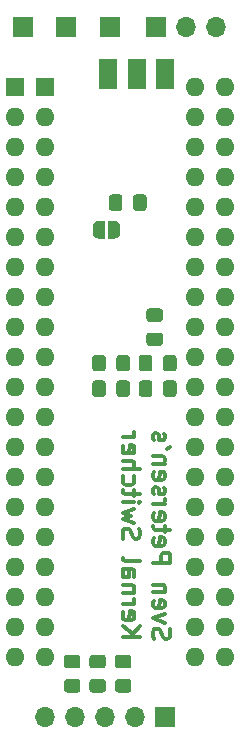
<source format=gbr>
G04 #@! TF.GenerationSoftware,KiCad,Pcbnew,(5.1.10)-1*
G04 #@! TF.CreationDate,2021-10-18T11:35:42-04:00*
G04 #@! TF.ProjectId,6526KernalSwitcher,36353236-4b65-4726-9e61-6c5377697463,rev?*
G04 #@! TF.SameCoordinates,Original*
G04 #@! TF.FileFunction,Soldermask,Bot*
G04 #@! TF.FilePolarity,Negative*
%FSLAX46Y46*%
G04 Gerber Fmt 4.6, Leading zero omitted, Abs format (unit mm)*
G04 Created by KiCad (PCBNEW (5.1.10)-1) date 2021-10-18 11:35:42*
%MOMM*%
%LPD*%
G01*
G04 APERTURE LIST*
%ADD10C,0.300000*%
%ADD11O,1.600000X1.600000*%
%ADD12R,1.600000X1.600000*%
%ADD13R,1.700000X1.700000*%
%ADD14O,1.700000X1.700000*%
%ADD15C,0.100000*%
%ADD16R,1.500000X2.500000*%
G04 APERTURE END LIST*
D10*
X110776857Y-97487285D02*
X110705428Y-97273000D01*
X110705428Y-96915857D01*
X110776857Y-96773000D01*
X110848285Y-96701571D01*
X110991142Y-96630142D01*
X111134000Y-96630142D01*
X111276857Y-96701571D01*
X111348285Y-96773000D01*
X111419714Y-96915857D01*
X111491142Y-97201571D01*
X111562571Y-97344428D01*
X111634000Y-97415857D01*
X111776857Y-97487285D01*
X111919714Y-97487285D01*
X112062571Y-97415857D01*
X112134000Y-97344428D01*
X112205428Y-97201571D01*
X112205428Y-96844428D01*
X112134000Y-96630142D01*
X111705428Y-96130142D02*
X110705428Y-95773000D01*
X111705428Y-95415857D01*
X110776857Y-94273000D02*
X110705428Y-94415857D01*
X110705428Y-94701571D01*
X110776857Y-94844428D01*
X110919714Y-94915857D01*
X111491142Y-94915857D01*
X111634000Y-94844428D01*
X111705428Y-94701571D01*
X111705428Y-94415857D01*
X111634000Y-94273000D01*
X111491142Y-94201571D01*
X111348285Y-94201571D01*
X111205428Y-94915857D01*
X111705428Y-93558714D02*
X110705428Y-93558714D01*
X111562571Y-93558714D02*
X111634000Y-93487285D01*
X111705428Y-93344428D01*
X111705428Y-93130142D01*
X111634000Y-92987285D01*
X111491142Y-92915857D01*
X110705428Y-92915857D01*
X110705428Y-91058714D02*
X112205428Y-91058714D01*
X112205428Y-90487285D01*
X112134000Y-90344428D01*
X112062571Y-90273000D01*
X111919714Y-90201571D01*
X111705428Y-90201571D01*
X111562571Y-90273000D01*
X111491142Y-90344428D01*
X111419714Y-90487285D01*
X111419714Y-91058714D01*
X110776857Y-88987285D02*
X110705428Y-89130142D01*
X110705428Y-89415857D01*
X110776857Y-89558714D01*
X110919714Y-89630142D01*
X111491142Y-89630142D01*
X111634000Y-89558714D01*
X111705428Y-89415857D01*
X111705428Y-89130142D01*
X111634000Y-88987285D01*
X111491142Y-88915857D01*
X111348285Y-88915857D01*
X111205428Y-89630142D01*
X111705428Y-88487285D02*
X111705428Y-87915857D01*
X112205428Y-88273000D02*
X110919714Y-88273000D01*
X110776857Y-88201571D01*
X110705428Y-88058714D01*
X110705428Y-87915857D01*
X110776857Y-86844428D02*
X110705428Y-86987285D01*
X110705428Y-87273000D01*
X110776857Y-87415857D01*
X110919714Y-87487285D01*
X111491142Y-87487285D01*
X111634000Y-87415857D01*
X111705428Y-87273000D01*
X111705428Y-86987285D01*
X111634000Y-86844428D01*
X111491142Y-86773000D01*
X111348285Y-86773000D01*
X111205428Y-87487285D01*
X110705428Y-86130142D02*
X111705428Y-86130142D01*
X111419714Y-86130142D02*
X111562571Y-86058714D01*
X111634000Y-85987285D01*
X111705428Y-85844428D01*
X111705428Y-85701571D01*
X110776857Y-85273000D02*
X110705428Y-85130142D01*
X110705428Y-84844428D01*
X110776857Y-84701571D01*
X110919714Y-84630142D01*
X110991142Y-84630142D01*
X111134000Y-84701571D01*
X111205428Y-84844428D01*
X111205428Y-85058714D01*
X111276857Y-85201571D01*
X111419714Y-85273000D01*
X111491142Y-85273000D01*
X111634000Y-85201571D01*
X111705428Y-85058714D01*
X111705428Y-84844428D01*
X111634000Y-84701571D01*
X110776857Y-83415857D02*
X110705428Y-83558714D01*
X110705428Y-83844428D01*
X110776857Y-83987285D01*
X110919714Y-84058714D01*
X111491142Y-84058714D01*
X111634000Y-83987285D01*
X111705428Y-83844428D01*
X111705428Y-83558714D01*
X111634000Y-83415857D01*
X111491142Y-83344428D01*
X111348285Y-83344428D01*
X111205428Y-84058714D01*
X111705428Y-82701571D02*
X110705428Y-82701571D01*
X111562571Y-82701571D02*
X111634000Y-82630142D01*
X111705428Y-82487285D01*
X111705428Y-82273000D01*
X111634000Y-82130142D01*
X111491142Y-82058714D01*
X110705428Y-82058714D01*
X112205428Y-81273000D02*
X111919714Y-81415857D01*
X110776857Y-80701571D02*
X110705428Y-80558714D01*
X110705428Y-80273000D01*
X110776857Y-80130142D01*
X110919714Y-80058714D01*
X110991142Y-80058714D01*
X111134000Y-80130142D01*
X111205428Y-80273000D01*
X111205428Y-80487285D01*
X111276857Y-80630142D01*
X111419714Y-80701571D01*
X111491142Y-80701571D01*
X111634000Y-80630142D01*
X111705428Y-80487285D01*
X111705428Y-80273000D01*
X111634000Y-80130142D01*
X108155428Y-97308714D02*
X109655428Y-97308714D01*
X108155428Y-96451571D02*
X109012571Y-97094428D01*
X109655428Y-96451571D02*
X108798285Y-97308714D01*
X108226857Y-95237285D02*
X108155428Y-95380142D01*
X108155428Y-95665857D01*
X108226857Y-95808714D01*
X108369714Y-95880142D01*
X108941142Y-95880142D01*
X109084000Y-95808714D01*
X109155428Y-95665857D01*
X109155428Y-95380142D01*
X109084000Y-95237285D01*
X108941142Y-95165857D01*
X108798285Y-95165857D01*
X108655428Y-95880142D01*
X108155428Y-94523000D02*
X109155428Y-94523000D01*
X108869714Y-94523000D02*
X109012571Y-94451571D01*
X109084000Y-94380142D01*
X109155428Y-94237285D01*
X109155428Y-94094428D01*
X109155428Y-93594428D02*
X108155428Y-93594428D01*
X109012571Y-93594428D02*
X109084000Y-93523000D01*
X109155428Y-93380142D01*
X109155428Y-93165857D01*
X109084000Y-93023000D01*
X108941142Y-92951571D01*
X108155428Y-92951571D01*
X108155428Y-91594428D02*
X108941142Y-91594428D01*
X109084000Y-91665857D01*
X109155428Y-91808714D01*
X109155428Y-92094428D01*
X109084000Y-92237285D01*
X108226857Y-91594428D02*
X108155428Y-91737285D01*
X108155428Y-92094428D01*
X108226857Y-92237285D01*
X108369714Y-92308714D01*
X108512571Y-92308714D01*
X108655428Y-92237285D01*
X108726857Y-92094428D01*
X108726857Y-91737285D01*
X108798285Y-91594428D01*
X108155428Y-90665857D02*
X108226857Y-90808714D01*
X108369714Y-90880142D01*
X109655428Y-90880142D01*
X108226857Y-89023000D02*
X108155428Y-88808714D01*
X108155428Y-88451571D01*
X108226857Y-88308714D01*
X108298285Y-88237285D01*
X108441142Y-88165857D01*
X108584000Y-88165857D01*
X108726857Y-88237285D01*
X108798285Y-88308714D01*
X108869714Y-88451571D01*
X108941142Y-88737285D01*
X109012571Y-88880142D01*
X109084000Y-88951571D01*
X109226857Y-89023000D01*
X109369714Y-89023000D01*
X109512571Y-88951571D01*
X109584000Y-88880142D01*
X109655428Y-88737285D01*
X109655428Y-88380142D01*
X109584000Y-88165857D01*
X109155428Y-87665857D02*
X108155428Y-87380142D01*
X108869714Y-87094428D01*
X108155428Y-86808714D01*
X109155428Y-86523000D01*
X108155428Y-85951571D02*
X109155428Y-85951571D01*
X109655428Y-85951571D02*
X109584000Y-86023000D01*
X109512571Y-85951571D01*
X109584000Y-85880142D01*
X109655428Y-85951571D01*
X109512571Y-85951571D01*
X109155428Y-85451571D02*
X109155428Y-84880142D01*
X109655428Y-85237285D02*
X108369714Y-85237285D01*
X108226857Y-85165857D01*
X108155428Y-85023000D01*
X108155428Y-84880142D01*
X108226857Y-83737285D02*
X108155428Y-83880142D01*
X108155428Y-84165857D01*
X108226857Y-84308714D01*
X108298285Y-84380142D01*
X108441142Y-84451571D01*
X108869714Y-84451571D01*
X109012571Y-84380142D01*
X109084000Y-84308714D01*
X109155428Y-84165857D01*
X109155428Y-83880142D01*
X109084000Y-83737285D01*
X108155428Y-83094428D02*
X109655428Y-83094428D01*
X108155428Y-82451571D02*
X108941142Y-82451571D01*
X109084000Y-82523000D01*
X109155428Y-82665857D01*
X109155428Y-82880142D01*
X109084000Y-83023000D01*
X109012571Y-83094428D01*
X108226857Y-81165857D02*
X108155428Y-81308714D01*
X108155428Y-81594428D01*
X108226857Y-81737285D01*
X108369714Y-81808714D01*
X108941142Y-81808714D01*
X109084000Y-81737285D01*
X109155428Y-81594428D01*
X109155428Y-81308714D01*
X109084000Y-81165857D01*
X108941142Y-81094428D01*
X108798285Y-81094428D01*
X108655428Y-81808714D01*
X108155428Y-80451571D02*
X109155428Y-80451571D01*
X108869714Y-80451571D02*
X109012571Y-80380142D01*
X109084000Y-80308714D01*
X109155428Y-80165857D01*
X109155428Y-80023000D01*
D11*
X116840000Y-50800000D03*
X101600000Y-99060000D03*
X116840000Y-53340000D03*
X101600000Y-96520000D03*
X116840000Y-55880000D03*
X101600000Y-93980000D03*
X116840000Y-58420000D03*
X101600000Y-91440000D03*
X116840000Y-60960000D03*
X101600000Y-88900000D03*
X116840000Y-63500000D03*
X101600000Y-86360000D03*
X116840000Y-66040000D03*
X101600000Y-83820000D03*
X116840000Y-68580000D03*
X101600000Y-81280000D03*
X116840000Y-71120000D03*
X101600000Y-78740000D03*
X116840000Y-73660000D03*
X101600000Y-76200000D03*
X116840000Y-76200000D03*
X101600000Y-73660000D03*
X116840000Y-78740000D03*
X101600000Y-71120000D03*
X116840000Y-81280000D03*
X101600000Y-68580000D03*
X116840000Y-83820000D03*
X101600000Y-66040000D03*
X116840000Y-86360000D03*
X101600000Y-63500000D03*
X116840000Y-88900000D03*
X101600000Y-60960000D03*
X116840000Y-91440000D03*
X101600000Y-58420000D03*
X116840000Y-93980000D03*
X101600000Y-55880000D03*
X116840000Y-96520000D03*
X101600000Y-53340000D03*
X116840000Y-99060000D03*
D12*
X101600000Y-50800000D03*
X99060000Y-50800000D03*
D11*
X114300000Y-99060000D03*
X99060000Y-53340000D03*
X114300000Y-96520000D03*
X99060000Y-55880000D03*
X114300000Y-93980000D03*
X99060000Y-58420000D03*
X114300000Y-91440000D03*
X99060000Y-60960000D03*
X114300000Y-88900000D03*
X99060000Y-63500000D03*
X114300000Y-86360000D03*
X99060000Y-66040000D03*
X114300000Y-83820000D03*
X99060000Y-68580000D03*
X114300000Y-81280000D03*
X99060000Y-71120000D03*
X114300000Y-78740000D03*
X99060000Y-73660000D03*
X114300000Y-76200000D03*
X99060000Y-76200000D03*
X114300000Y-73660000D03*
X99060000Y-78740000D03*
X114300000Y-71120000D03*
X99060000Y-81280000D03*
X114300000Y-68580000D03*
X99060000Y-83820000D03*
X114300000Y-66040000D03*
X99060000Y-86360000D03*
X114300000Y-63500000D03*
X99060000Y-88900000D03*
X114300000Y-60960000D03*
X99060000Y-91440000D03*
X114300000Y-58420000D03*
X99060000Y-93980000D03*
X114300000Y-55880000D03*
X99060000Y-96520000D03*
X114300000Y-53340000D03*
X99060000Y-99060000D03*
X114300000Y-50800000D03*
G36*
G01*
X110420999Y-71570000D02*
X111321001Y-71570000D01*
G75*
G02*
X111571000Y-71819999I0J-249999D01*
G01*
X111571000Y-72470001D01*
G75*
G02*
X111321001Y-72720000I-249999J0D01*
G01*
X110420999Y-72720000D01*
G75*
G02*
X110171000Y-72470001I0J249999D01*
G01*
X110171000Y-71819999D01*
G75*
G02*
X110420999Y-71570000I249999J0D01*
G01*
G37*
G36*
G01*
X110420999Y-69520000D02*
X111321001Y-69520000D01*
G75*
G02*
X111571000Y-69769999I0J-249999D01*
G01*
X111571000Y-70420001D01*
G75*
G02*
X111321001Y-70670000I-249999J0D01*
G01*
X110420999Y-70670000D01*
G75*
G02*
X110171000Y-70420001I0J249999D01*
G01*
X110171000Y-69769999D01*
G75*
G02*
X110420999Y-69520000I249999J0D01*
G01*
G37*
G36*
G01*
X108788000Y-73717999D02*
X108788000Y-74618001D01*
G75*
G02*
X108538001Y-74868000I-249999J0D01*
G01*
X107887999Y-74868000D01*
G75*
G02*
X107638000Y-74618001I0J249999D01*
G01*
X107638000Y-73717999D01*
G75*
G02*
X107887999Y-73468000I249999J0D01*
G01*
X108538001Y-73468000D01*
G75*
G02*
X108788000Y-73717999I0J-249999D01*
G01*
G37*
G36*
G01*
X106738000Y-73717999D02*
X106738000Y-74618001D01*
G75*
G02*
X106488001Y-74868000I-249999J0D01*
G01*
X105837999Y-74868000D01*
G75*
G02*
X105588000Y-74618001I0J249999D01*
G01*
X105588000Y-73717999D01*
G75*
G02*
X105837999Y-73468000I249999J0D01*
G01*
X106488001Y-73468000D01*
G75*
G02*
X106738000Y-73717999I0J-249999D01*
G01*
G37*
D13*
X103378000Y-45720000D03*
X111760000Y-104140000D03*
D14*
X109220000Y-104140000D03*
X106680000Y-104140000D03*
X104140000Y-104140000D03*
X101600000Y-104140000D03*
D13*
X110998000Y-45720000D03*
D14*
X113538000Y-45720000D03*
X116078000Y-45720000D03*
D13*
X107061000Y-45720000D03*
X99695000Y-45720000D03*
D15*
G36*
X106642000Y-63615000D02*
G01*
X106142000Y-63615000D01*
X106142000Y-63614398D01*
X106117466Y-63614398D01*
X106068635Y-63609588D01*
X106020510Y-63600016D01*
X105973555Y-63585772D01*
X105928222Y-63566995D01*
X105884949Y-63543864D01*
X105844150Y-63516604D01*
X105806221Y-63485476D01*
X105771524Y-63450779D01*
X105740396Y-63412850D01*
X105713136Y-63372051D01*
X105690005Y-63328778D01*
X105671228Y-63283445D01*
X105656984Y-63236490D01*
X105647412Y-63188365D01*
X105642602Y-63139534D01*
X105642602Y-63115000D01*
X105642000Y-63115000D01*
X105642000Y-62615000D01*
X105642602Y-62615000D01*
X105642602Y-62590466D01*
X105647412Y-62541635D01*
X105656984Y-62493510D01*
X105671228Y-62446555D01*
X105690005Y-62401222D01*
X105713136Y-62357949D01*
X105740396Y-62317150D01*
X105771524Y-62279221D01*
X105806221Y-62244524D01*
X105844150Y-62213396D01*
X105884949Y-62186136D01*
X105928222Y-62163005D01*
X105973555Y-62144228D01*
X106020510Y-62129984D01*
X106068635Y-62120412D01*
X106117466Y-62115602D01*
X106142000Y-62115602D01*
X106142000Y-62115000D01*
X106642000Y-62115000D01*
X106642000Y-63615000D01*
G37*
G36*
X107442000Y-62115602D02*
G01*
X107466534Y-62115602D01*
X107515365Y-62120412D01*
X107563490Y-62129984D01*
X107610445Y-62144228D01*
X107655778Y-62163005D01*
X107699051Y-62186136D01*
X107739850Y-62213396D01*
X107777779Y-62244524D01*
X107812476Y-62279221D01*
X107843604Y-62317150D01*
X107870864Y-62357949D01*
X107893995Y-62401222D01*
X107912772Y-62446555D01*
X107927016Y-62493510D01*
X107936588Y-62541635D01*
X107941398Y-62590466D01*
X107941398Y-62615000D01*
X107942000Y-62615000D01*
X107942000Y-63115000D01*
X107941398Y-63115000D01*
X107941398Y-63139534D01*
X107936588Y-63188365D01*
X107927016Y-63236490D01*
X107912772Y-63283445D01*
X107893995Y-63328778D01*
X107870864Y-63372051D01*
X107843604Y-63412850D01*
X107812476Y-63450779D01*
X107777779Y-63485476D01*
X107739850Y-63516604D01*
X107699051Y-63543864D01*
X107655778Y-63566995D01*
X107610445Y-63585772D01*
X107563490Y-63600016D01*
X107515365Y-63609588D01*
X107466534Y-63614398D01*
X107442000Y-63614398D01*
X107442000Y-63615000D01*
X106942000Y-63615000D01*
X106942000Y-62115000D01*
X107442000Y-62115000D01*
X107442000Y-62115602D01*
G37*
G36*
G01*
X111575000Y-76777001D02*
X111575000Y-75876999D01*
G75*
G02*
X111824999Y-75627000I249999J0D01*
G01*
X112475001Y-75627000D01*
G75*
G02*
X112725000Y-75876999I0J-249999D01*
G01*
X112725000Y-76777001D01*
G75*
G02*
X112475001Y-77027000I-249999J0D01*
G01*
X111824999Y-77027000D01*
G75*
G02*
X111575000Y-76777001I0J249999D01*
G01*
G37*
G36*
G01*
X109525000Y-76777001D02*
X109525000Y-75876999D01*
G75*
G02*
X109774999Y-75627000I249999J0D01*
G01*
X110425001Y-75627000D01*
G75*
G02*
X110675000Y-75876999I0J-249999D01*
G01*
X110675000Y-76777001D01*
G75*
G02*
X110425001Y-77027000I-249999J0D01*
G01*
X109774999Y-77027000D01*
G75*
G02*
X109525000Y-76777001I0J249999D01*
G01*
G37*
G36*
G01*
X111575000Y-74618001D02*
X111575000Y-73717999D01*
G75*
G02*
X111824999Y-73468000I249999J0D01*
G01*
X112475001Y-73468000D01*
G75*
G02*
X112725000Y-73717999I0J-249999D01*
G01*
X112725000Y-74618001D01*
G75*
G02*
X112475001Y-74868000I-249999J0D01*
G01*
X111824999Y-74868000D01*
G75*
G02*
X111575000Y-74618001I0J249999D01*
G01*
G37*
G36*
G01*
X109525000Y-74618001D02*
X109525000Y-73717999D01*
G75*
G02*
X109774999Y-73468000I249999J0D01*
G01*
X110425001Y-73468000D01*
G75*
G02*
X110675000Y-73717999I0J-249999D01*
G01*
X110675000Y-74618001D01*
G75*
G02*
X110425001Y-74868000I-249999J0D01*
G01*
X109774999Y-74868000D01*
G75*
G02*
X109525000Y-74618001I0J249999D01*
G01*
G37*
G36*
G01*
X110185000Y-60128999D02*
X110185000Y-61029001D01*
G75*
G02*
X109935001Y-61279000I-249999J0D01*
G01*
X109284999Y-61279000D01*
G75*
G02*
X109035000Y-61029001I0J249999D01*
G01*
X109035000Y-60128999D01*
G75*
G02*
X109284999Y-59879000I249999J0D01*
G01*
X109935001Y-59879000D01*
G75*
G02*
X110185000Y-60128999I0J-249999D01*
G01*
G37*
G36*
G01*
X108135000Y-60128999D02*
X108135000Y-61029001D01*
G75*
G02*
X107885001Y-61279000I-249999J0D01*
G01*
X107234999Y-61279000D01*
G75*
G02*
X106985000Y-61029001I0J249999D01*
G01*
X106985000Y-60128999D01*
G75*
G02*
X107234999Y-59879000I249999J0D01*
G01*
X107885001Y-59879000D01*
G75*
G02*
X108135000Y-60128999I0J-249999D01*
G01*
G37*
G36*
G01*
X108788000Y-75876999D02*
X108788000Y-76777001D01*
G75*
G02*
X108538001Y-77027000I-249999J0D01*
G01*
X107887999Y-77027000D01*
G75*
G02*
X107638000Y-76777001I0J249999D01*
G01*
X107638000Y-75876999D01*
G75*
G02*
X107887999Y-75627000I249999J0D01*
G01*
X108538001Y-75627000D01*
G75*
G02*
X108788000Y-75876999I0J-249999D01*
G01*
G37*
G36*
G01*
X106738000Y-75876999D02*
X106738000Y-76777001D01*
G75*
G02*
X106488001Y-77027000I-249999J0D01*
G01*
X105837999Y-77027000D01*
G75*
G02*
X105588000Y-76777001I0J249999D01*
G01*
X105588000Y-75876999D01*
G75*
G02*
X105837999Y-75627000I249999J0D01*
G01*
X106488001Y-75627000D01*
G75*
G02*
X106738000Y-75876999I0J-249999D01*
G01*
G37*
G36*
G01*
X103435999Y-98857000D02*
X104336001Y-98857000D01*
G75*
G02*
X104586000Y-99106999I0J-249999D01*
G01*
X104586000Y-99757001D01*
G75*
G02*
X104336001Y-100007000I-249999J0D01*
G01*
X103435999Y-100007000D01*
G75*
G02*
X103186000Y-99757001I0J249999D01*
G01*
X103186000Y-99106999D01*
G75*
G02*
X103435999Y-98857000I249999J0D01*
G01*
G37*
G36*
G01*
X103435999Y-100907000D02*
X104336001Y-100907000D01*
G75*
G02*
X104586000Y-101156999I0J-249999D01*
G01*
X104586000Y-101807001D01*
G75*
G02*
X104336001Y-102057000I-249999J0D01*
G01*
X103435999Y-102057000D01*
G75*
G02*
X103186000Y-101807001I0J249999D01*
G01*
X103186000Y-101156999D01*
G75*
G02*
X103435999Y-100907000I249999J0D01*
G01*
G37*
G36*
G01*
X107753999Y-100907000D02*
X108654001Y-100907000D01*
G75*
G02*
X108904000Y-101156999I0J-249999D01*
G01*
X108904000Y-101807001D01*
G75*
G02*
X108654001Y-102057000I-249999J0D01*
G01*
X107753999Y-102057000D01*
G75*
G02*
X107504000Y-101807001I0J249999D01*
G01*
X107504000Y-101156999D01*
G75*
G02*
X107753999Y-100907000I249999J0D01*
G01*
G37*
G36*
G01*
X107753999Y-98857000D02*
X108654001Y-98857000D01*
G75*
G02*
X108904000Y-99106999I0J-249999D01*
G01*
X108904000Y-99757001D01*
G75*
G02*
X108654001Y-100007000I-249999J0D01*
G01*
X107753999Y-100007000D01*
G75*
G02*
X107504000Y-99757001I0J249999D01*
G01*
X107504000Y-99106999D01*
G75*
G02*
X107753999Y-98857000I249999J0D01*
G01*
G37*
G36*
G01*
X105594999Y-98857000D02*
X106495001Y-98857000D01*
G75*
G02*
X106745000Y-99106999I0J-249999D01*
G01*
X106745000Y-99757001D01*
G75*
G02*
X106495001Y-100007000I-249999J0D01*
G01*
X105594999Y-100007000D01*
G75*
G02*
X105345000Y-99757001I0J249999D01*
G01*
X105345000Y-99106999D01*
G75*
G02*
X105594999Y-98857000I249999J0D01*
G01*
G37*
G36*
G01*
X105594999Y-100907000D02*
X106495001Y-100907000D01*
G75*
G02*
X106745000Y-101156999I0J-249999D01*
G01*
X106745000Y-101807001D01*
G75*
G02*
X106495001Y-102057000I-249999J0D01*
G01*
X105594999Y-102057000D01*
G75*
G02*
X105345000Y-101807001I0J249999D01*
G01*
X105345000Y-101156999D01*
G75*
G02*
X105594999Y-100907000I249999J0D01*
G01*
G37*
D16*
X111760000Y-49657000D03*
X106934000Y-49657000D03*
X109347000Y-49657000D03*
M02*

</source>
